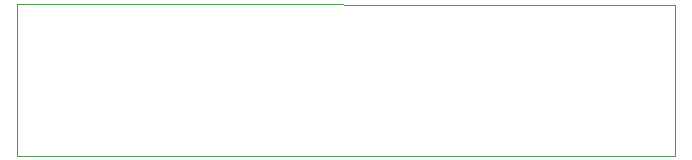
<source format=gbr>
%TF.GenerationSoftware,KiCad,Pcbnew,(5.1.9)-1*%
%TF.CreationDate,2021-03-03T23:02:33-08:00*%
%TF.ProjectId,SSD1326_I2C_breakout,53534431-3332-4365-9f49-32435f627265,0.1b*%
%TF.SameCoordinates,Original*%
%TF.FileFunction,Profile,NP*%
%FSLAX46Y46*%
G04 Gerber Fmt 4.6, Leading zero omitted, Abs format (unit mm)*
G04 Created by KiCad (PCBNEW (5.1.9)-1) date 2021-03-03 23:02:33*
%MOMM*%
%LPD*%
G01*
G04 APERTURE LIST*
%TA.AperFunction,Profile*%
%ADD10C,0.100000*%
%TD*%
G04 APERTURE END LIST*
D10*
X124500000Y-27700000D02*
X68810000Y-27690000D01*
X124500000Y-40490000D02*
X124500000Y-27700000D01*
X68810000Y-40490000D02*
X124500000Y-40490000D01*
X68810000Y-27690000D02*
X68810000Y-40490000D01*
M02*

</source>
